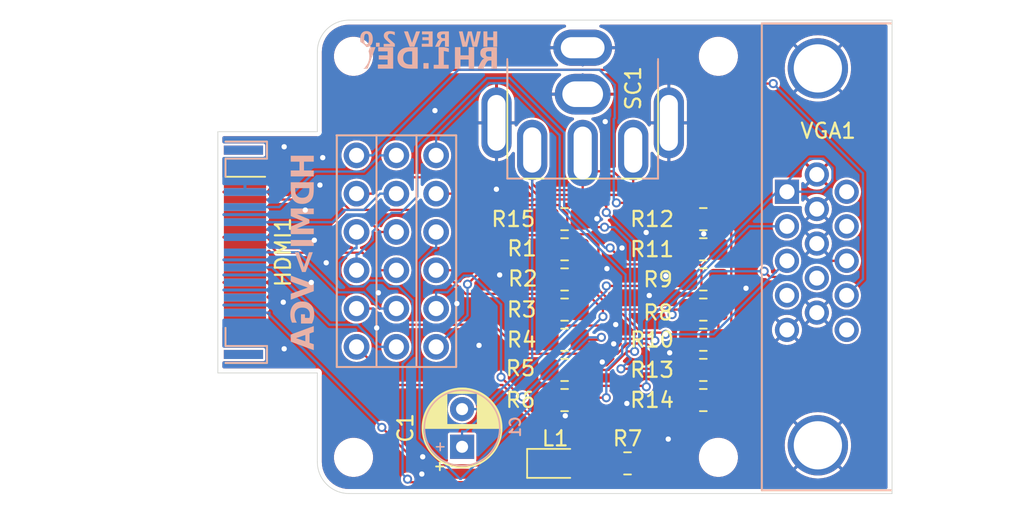
<source format=kicad_pcb>
(kicad_pcb (version 20240108) (generator "pcbnew") (generator_version "8.0")
  (title_block (title "HDMI to VGA Passive Adapter") (date "2024-12-29") (rev "2.0") (company "Mikhail Matveev") (comment 1 "https://github.com/xtremespb/hdmi2vga"))
  (layers (0 "F.Cu" signal) (31 "B.Cu" signal) (34 "B.Paste" user) (35 "F.Paste" user) (36 "B.SilkS" user "B.Silkscreen") (37 "F.SilkS" user "F.Silkscreen") (38 "B.Mask" user) (39 "F.Mask" user) (44 "Edge.Cuts" user))
  (net 0 "")
  (net 1 "GND")
  (net 2 "/HDMI/CLKP")
  (net 3 "/HDMI/D0P")
  (net 4 "/HDMI/D1P")
  (net 5 "/HDMI/VBUS")
  (net 6 "/HDMI/D0N")
  (net 7 "/HDMI/CLKN")
  (net 8 "/HDMI/D2P")
  (net 9 "/HDMI/D1N")
  (net 10 "/VGA/VGA_BH")
  (net 11 "/VGA/VGA_GH")
  (net 12 "/VGA/VGA_RH")
  (net 23 "Net-(L1-A)")
  (net 24 "/Soft Composite/CVBS")
  (net 25 "Net-(C1-Pad1)")
  (net 26 "Net-(J2-Pin_2)")
  (net 27 "Net-(J2-Pin_4)")
  (net 28 "Net-(J2-Pin_3)")
  (net 29 "Net-(J2-Pin_5)")
  (net 30 "Net-(J2-Pin_1)")
  (net 31 "Net-(J2-Pin_6)")
  (net 32 "/HDMI/D2N")
  (net 33 "/Soft Composite/CLKP")
  (net 34 "/Soft Composite/CLKN")
  (net 35 "/Soft Composite/D1N")
  (net 36 "/Soft Composite/D1P")
  (net 37 "/Soft Composite/D0N")
  (net 38 "/Soft Composite/D0P")
  (footprint "Resistor_SMD:R_0805_2012Metric_Pad1.20x1.40mm_HandSolder" (layer "F.Cu") (at 82.4 36 180)
    (property "Reference" "R1" (at 2.825 0.05 0) (layer "F.SilkS"))
    (property "Value" "820R")
    (pad "1" smd roundrect (at -1 0 180) (size 1.2 1.4) (layers "F.Cu" "F.Paste" "F.Mask") (roundrect_rratio 0.208333) (net 30 "Net-(J2-Pin_1)"))
    (pad "2" smd roundrect (at 1 0 180) (size 1.2 1.4) (layers "F.Cu" "F.Paste" "F.Mask") (roundrect_rratio 0.208333) (net 10 "/VGA/VGA_BH"))
  )
  (footprint "LIBS:AV_MOD_III-8.4-5" (layer "F.Cu") (at 83.6 26.313)
    (property "Reference" "SC1" (hide yes))
    (property "Value" "VIDEO (Soft Composite)" (hide yes))
    (fp_text user "${REFERENCE}" (at 3.94 -1 90) (layer "F.SilkS") (effects (justify bottom)))
    (pad "1" thru_hole oval (at -3.35 3.1) (size 2 4) (drill oval 1.2 3) (layers "*.Cu" "*.Mask") (net 24 "/Soft Composite/CVBS"))
    (pad "1" thru_hole oval (at 0 3.3) (size 2 4.4) (drill oval 1.2 3.5) (layers "*.Cu" "*.Mask") (net 24 "/Soft Composite/CVBS"))
    (pad "1" thru_hole oval (at 3.35 3.1) (size 2 4) (drill oval 1.2 3) (layers "*.Cu" "*.Mask") (net 24 "/Soft Composite/CVBS"))
    (pad "2" thru_hole oval (at -5.715 1.3) (size 2 4.7) (drill oval 1.2 3.7) (layers "*.Cu" "*.Mask") (net 1 "GND"))
    (pad "2" thru_hole oval (at 0 -3.683) (size 3.9 2.4) (drill oval 2.9 1.4) (layers "*.Cu" "*.Mask") (net 1 "GND"))
    (pad "2" thru_hole oval (at 0 -0.6) (size 3.7 2.7) (drill oval 2.7 1.7) (layers "*.Cu" "*.Mask") (net 1 "GND"))
    (pad "2" thru_hole oval (at 5.715 1.3) (size 2 4.7) (drill oval 1.2 3.7) (layers "*.Cu" "*.Mask") (net 1 "GND"))
  )
  (footprint "Resistor_SMD:R_0805_2012Metric_Pad1.20x1.40mm_HandSolder" (layer "F.Cu") (at 91.6 40)
    (property "Reference" "R8" (at -3 0.2 0) (layer "F.SilkS"))
    (property "Value" "510R*")
    (pad "1" smd roundrect (at -1 0) (size 1.2 1.4) (layers "F.Cu" "F.Paste" "F.Mask") (roundrect_rratio 0.208333) (net 32 "/HDMI/D2N"))
    (pad "2" smd roundrect (at 1 0) (size 1.2 1.4) (layers "F.Cu" "F.Paste" "F.Mask") (roundrect_rratio 0.208333) (net 38 "/Soft Composite/D0P"))
  )
  (footprint "Resistor_SMD:R_0805_2012Metric_Pad1.20x1.40mm_HandSolder" (layer "F.Cu") (at 86.575 50.2)
    (property "Reference" "R7" (at 0 -1.65 0) (layer "F.SilkS"))
    (property "Value" "10K")
    (pad "1" smd roundrect (at -1 0) (size 1.2 1.4) (layers "F.Cu" "F.Paste" "F.Mask") (roundrect_rratio 0.208333) (net 5 "/HDMI/VBUS"))
    (pad "2" smd roundrect (at 1 0) (size 1.2 1.4) (layers "F.Cu" "F.Paste" "F.Mask") (roundrect_rratio 0.208333) (net 23 "Net-(L1-A)"))
  )
  (footprint "MountingHole:MountingHole_2.1mm" (layer "F.Cu") (at 68.4 23.2)
    (property "Reference" "H4" (hide yes))
    (property "Value" "MountingHole")
    (pad "" np_thru_hole circle (at 0 0) (size 2.1 2.1) (drill 2.1) (layers "*.Cu" "*.Mask"))
  )
  (footprint "MountingHole:MountingHole_2.1mm" (layer "F.Cu") (at 92.6 49.8)
    (property "Reference" "H2" (hide yes))
    (property "Value" "MountingHole")
    (pad "" np_thru_hole circle (at 0 0) (size 2.1 2.1) (drill 2.1) (layers "*.Cu" "*.Mask"))
  )
  (footprint "Resistor_SMD:R_0805_2012Metric_Pad1.20x1.40mm_HandSolder" (layer "F.Cu") (at 91.6 38 180)
    (property "Reference" "R9" (at 3 0 0) (layer "F.SilkS"))
    (property "Value" "51R*")
    (pad "1" smd roundrect (at -1 0 180) (size 1.2 1.4) (layers "F.Cu" "F.Paste" "F.Mask") (roundrect_rratio 0.208333) (net 38 "/Soft Composite/D0P"))
    (pad "2" smd roundrect (at 1 0 180) (size 1.2 1.4) (layers "F.Cu" "F.Paste" "F.Mask") (roundrect_rratio 0.208333) (net 25 "Net-(C1-Pad1)"))
  )
  (footprint "Resistor_SMD:R_0805_2012Metric_Pad1.20x1.40mm_HandSolder" (layer "F.Cu") (at 91.6 42)
    (property "Reference" "R10" (at -3.4 0 0) (layer "F.SilkS"))
    (property "Value" "150R")
    (pad "1" smd roundrect (at -1 0) (size 1.2 1.4) (layers "F.Cu" "F.Paste" "F.Mask") (roundrect_rratio 0.208333) (net 37 "/Soft Composite/D0N"))
    (pad "2" smd roundrect (at 1 0) (size 1.2 1.4) (layers "F.Cu" "F.Paste" "F.Mask") (roundrect_rratio 0.208333) (net 38 "/Soft Composite/D0P"))
  )
  (footprint "Resistor_SMD:R_0805_2012Metric_Pad1.20x1.40mm_HandSolder" (layer "F.Cu") (at 82.4 40 180)
    (property "Reference" "R3" (at 2.85 0 0) (layer "F.SilkS"))
    (property "Value" "820R")
    (pad "1" smd roundrect (at -1 0 180) (size 1.2 1.4) (layers "F.Cu" "F.Paste" "F.Mask") (roundrect_rratio 0.208333) (net 28 "Net-(J2-Pin_3)"))
    (pad "2" smd roundrect (at 1 0 180) (size 1.2 1.4) (layers "F.Cu" "F.Paste" "F.Mask") (roundrect_rratio 0.208333) (net 11 "/VGA/VGA_GH"))
  )
  (footprint "Connector_Video:HDMI_A_Contact_Technology_HDMI-19APL2_Horizontal" (layer "F.Cu") (at 61.2 36.2 -90)
    (property "Reference" "HDMI1" (at -0.01 -2.53 90) (layer "F.SilkS"))
    (property "Value" "HDMI")
    (pad "1" smd rect (at -4.5 0 270) (size 0.5 2.8) (layers "F.Cu" "F.Paste" "F.Mask") (net 8 "/HDMI/D2P"))
    (pad "2" smd rect (at -4 0 270) (size 0.5 2.8) (layers "B.Cu" "B.Paste" "B.Mask") (net 1 "GND"))
    (pad "3" smd rect (at -3.5 0 270) (size 0.5 2.8) (layers "F.Cu" "F.Paste" "F.Mask") (net 32 "/HDMI/D2N"))
    (pad "4" smd rect (at -3 0 270) (size 0.5 2.8) (layers "B.Cu" "B.Paste" "B.Mask") (net 4 "/HDMI/D1P"))
    (pad "5" smd rect (at -2.5 0 270) (size 0.5 2.8) (layers "F.Cu" "F.Paste" "F.Mask") (net 1 "GND"))
    (pad "6" smd rect (at -2 0 270) (size 0.5 2.8) (layers "B.Cu" "B.Paste" "B.Mask") (net 9 "/HDMI/D1N"))
    (pad "7" smd rect (at -1.5 0 270) (size 0.5 2.8) (layers "F.Cu" "F.Paste" "F.Mask") (net 3 "/HDMI/D0P"))
    (pad "8" smd rect (at -1 0 270) (size 0.5 2.8) (layers "B.Cu" "B.Paste" "B.Mask") (net 1 "GND"))
    (pad "9" smd rect (at -0.5 0 270) (size 0.5 2.8) (layers "F.Cu" "F.Paste" "F.Mask") (net 6 "/HDMI/D0N"))
    (pad "10" smd rect (at 0 0 270) (size 0.5 2.8) (layers "B.Cu" "B.Paste" "B.Mask") (net 2 "/HDMI/CLKP"))
    (pad "11" smd rect (at 0.5 0 270) (size 0.5 2.8) (layers "F.Cu" "F.Paste" "F.Mask") (net 1 "GND"))
    (pad "12" smd rect (at 1 0 270) (size 0.5 2.8) (layers "B.Cu" "B.Paste" "B.Mask") (net 7 "/HDMI/CLKN"))
    (pad "13" smd rect (at 1.5 0 270) (size 0.5 2.8) (layers "F.Cu" "F.Paste" "F.Mask"))
    (pad "14" smd rect (at 2 0 270) (size 0.5 2.8) (layers "B.Cu" "B.Paste" "B.Mask"))
    (pad "15" smd rect (at 2.5 0 270) (size 0.5 2.8) (layers "F.Cu" "F.Paste" "F.Mask"))
    (pad "16" smd rect (at 3 0 270) (size 0.5 2.8) (layers "B.Cu" "B.Paste" "B.Mask"))
    (pad "17" smd rect (at 3.5 0 270) (size 0.5 2.8) (layers "F.Cu" "F.Paste" "F.Mask") (net 1 "GND"))
    (pad "18" smd rect (at 4 0 270) (size 0.5 2.8) (layers "B.Cu" "B.Paste" "B.Mask") (net 5 "/HDMI/VBUS"))
    (pad "19" smd rect (at 4.5 0 270) (size 0.5 2.8) (layers "F.Cu" "F.Paste" "F.Mask"))
    (pad "SH" smd rect (at -6.775 0.1 270) (size 0.6 2.6) (layers "F.Cu" "F.Paste" "F.Mask"))
    (pad "SH" smd rect (at -6.775 0.1 270) (size 0.6 2.6) (layers "B.Cu" "B.Paste" "B.Mask"))
    (pad "SH" smd rect (at 6.775 0.1 270) (size 0.6 2.6) (layers "F.Cu" "F.Paste" "F.Mask"))
    (pad "SH" smd rect (at 6.775 0.1 270) (size 0.6 2.6) (layers "B.Cu" "B.Paste" "B.Mask"))
  )
  (footprint "Resistor_SMD:R_0805_2012Metric_Pad1.20x1.40mm_HandSolder" (layer "F.Cu") (at 91.6 46)
    (property "Reference" "R14" (at -3.4 0 0) (layer "F.SilkS"))
    (property "Value" "150R")
    (pad "1" smd roundrect (at -1 0) (size 1.2 1.4) (layers "F.Cu" "F.Paste" "F.Mask") (roundrect_rratio 0.208333) (net 34 "/Soft Composite/CLKN"))
    (pad "2" smd roundrect (at 1 0) (size 1.2 1.4) (layers "F.Cu" "F.Paste" "F.Mask") (roundrect_rratio 0.208333) (net 33 "/Soft Composite/CLKP"))
  )
  (footprint "MountingHole:MountingHole_2.1mm" (layer "F.Cu") (at 68.4 49.8)
    (property "Reference" "H3" (hide yes))
    (property "Value" "MountingHole")
    (pad "" np_thru_hole circle (at 0 0) (size 2.1 2.1) (drill 2.1) (layers "*.Cu" "*.Mask"))
  )
  (footprint "Resistor_SMD:R_0805_2012Metric_Pad1.20x1.40mm_HandSolder" (layer "F.Cu") (at 91.6 36)
    (property "Reference" "R11" (at -3.4 0 0) (layer "F.SilkS"))
    (property "Value" "150R")
    (pad "1" smd roundrect (at -1 0) (size 1.2 1.4) (layers "F.Cu" "F.Paste" "F.Mask") (roundrect_rratio 0.208333) (net 36 "/Soft Composite/D1P"))
    (pad "2" smd roundrect (at 1 0) (size 1.2 1.4) (layers "F.Cu" "F.Paste" "F.Mask") (roundrect_rratio 0.208333) (net 37 "/Soft Composite/D0N"))
  )
  (footprint "Resistor_SMD:R_0805_2012Metric_Pad1.20x1.40mm_HandSolder" (layer "F.Cu") (at 91.6 44)
    (property "Reference" "R13" (at -3.4 0 0) (layer "F.SilkS"))
    (property "Value" "150R")
    (pad "1" smd roundrect (at -1 0) (size 1.2 1.4) (layers "F.Cu" "F.Paste" "F.Mask") (roundrect_rratio 0.208333) (net 33 "/Soft Composite/CLKP"))
    (pad "2" smd roundrect (at 1 0) (size 1.2 1.4) (layers "F.Cu" "F.Paste" "F.Mask") (roundrect_rratio 0.208333) (net 35 "/Soft Composite/D1N"))
  )
  (footprint "Resistor_SMD:R_0805_2012Metric_Pad1.20x1.40mm_HandSolder" (layer "F.Cu") (at 82.4 42 180)
    (property "Reference" "R4" (at 2.85 0 0) (layer "F.SilkS"))
    (property "Value" "0R")
    (pad "1" smd roundrect (at -1 0 180) (size 1.2 1.4) (layers "F.Cu" "F.Paste" "F.Mask") (roundrect_rratio 0.208333) (net 27 "Net-(J2-Pin_4)"))
    (pad "2" smd roundrect (at 1 0 180) (size 1.2 1.4) (layers "F.Cu" "F.Paste" "F.Mask") (roundrect_rratio 0.208333) (net 11 "/VGA/VGA_GH"))
  )
  (footprint "Resistor_SMD:R_0805_2012Metric_Pad1.20x1.40mm_HandSolder" (layer "F.Cu") (at 91.6 34 180)
    (property "Reference" "R12" (at 3.4 0 0) (layer "F.SilkS"))
    (property "Value" "150R")
    (pad "1" smd roundrect (at -1 0 180) (size 1.2 1.4) (layers "F.Cu" "F.Paste" "F.Mask") (roundrect_rratio 0.208333) (net 35 "/Soft Composite/D1N"))
    (pad "2" smd roundrect (at 1 0 180) (size 1.2 1.4) (layers "F.Cu" "F.Paste" "F.Mask") (roundrect_rratio 0.208333) (net 36 "/Soft Composite/D1P"))
  )
  (footprint "Resistor_SMD:R_0805_2012Metric_Pad1.20x1.40mm_HandSolder" (layer "F.Cu") (at 82.4 46 180)
    (property "Reference" "R6" (at 2.925 0 0) (layer "F.SilkS"))
    (property "Value" "0R")
    (pad "1" smd roundrect (at -1 0 180) (size 1.2 1.4) (layers "F.Cu" "F.Paste" "F.Mask") (roundrect_rratio 0.208333) (net 31 "Net-(J2-Pin_6)"))
    (pad "2" smd roundrect (at 1 0 180) (size 1.2 1.4) (layers "F.Cu" "F.Paste" "F.Mask") (roundrect_rratio 0.208333) (net 12 "/VGA/VGA_RH"))
  )
  (footprint "Resistor_SMD:R_0805_2012Metric_Pad1.20x1.40mm_HandSolder" (layer "F.Cu") (at 82.4 44 180)
    (property "Reference" "R5" (at 2.925 0.1 0) (layer "F.SilkS"))
    (property "Value" "820R")
    (pad "1" smd roundrect (at -1 0 180) (size 1.2 1.4) (layers "F.Cu" "F.Paste" "F.Mask") (roundrect_rratio 0.208333) (net 29 "Net-(J2-Pin_5)"))
    (pad "2" smd roundrect (at 1 0 180) (size 1.2 1.4) (layers "F.Cu" "F.Paste" "F.Mask") (roundrect_rratio 0.208333) (net 12 "/VGA/VGA_RH"))
  )
  (footprint "LIBS:Medved_Pinheader_6P" (layer "F.Cu") (at 68.6 42.47 180)
    (property "Reference" "J3" (hide yes))
    (property "Value" "Composite")
    (pad "1" thru_hole circle (at 0 0 180) (size 1.7 1.7) (drill 1) (layers "*.Cu" "*.Mask") (net 34 "/Soft Composite/CLKN"))
    (pad "2" thru_hole oval (at 0 2.54 180) (size 1.7 1.7) (drill 1) (layers "*.Cu" "*.Mask") (net 33 "/Soft Composite/CLKP"))
    (pad "3" thru_hole oval (at 0 5.08 180) (size 1.7 1.7) (drill 1) (layers "*.Cu" "*.Mask") (net 37 "/Soft Composite/D0N"))
    (pad "4" thru_hole oval (at 0 7.62 180) (size 1.7 1.7) (drill 1) (layers "*.Cu" "*.Mask") (net 38 "/Soft Composite/D0P"))
    (pad "5" thru_hole oval (at 0 10.16 180) (size 1.7 1.7) (drill 1) (layers "*.Cu" "*.Mask") (net 35 "/Soft Composite/D1N"))
    (pad "6" thru_hole oval (at 0 12.7 180) (size 1.7 1.7) (drill 1) (layers "*.Cu" "*.Mask") (net 36 "/Soft Composite/D1P"))
  )
  (footprint "LIBS:Medved_CP_Radial_D5.0mm_P2.50mm" (layer "F.Cu") (at 75.6 49.1 90)
    (property "Reference" "C1" (at 1.25 -3.75 90) (layer "F.SilkS"))
    (property "Value" "220u")
    (fp_text user "${REFERENCE}" (at 1.32 3.53 90) (layer "B.SilkS") (effects (font (size 0.7 0.7) (thickness 0.13) (bold yes)) (justify mirror)))
    (pad "1" thru_hole rect (at 0 0 90) (size 1.6 1.6) (drill 0.8) (layers "*.Cu" "*.Mask") (net 25 "Net-(C1-Pad1)"))
    (pad "2" thru_hole circle (at 2.5 0 90) (size 1.6 1.6) (drill 0.8) (layers "*.Cu" "*.Mask") (net 24 "/Soft Composite/CVBS"))
  )
  (footprint "Resistor_SMD:R_0805_2012Metric_Pad1.20x1.40mm_HandSolder" (layer "F.Cu") (at 82.4 38 180)
    (property "Reference" "R2" (at 2.775 0.05 0) (layer "F.SilkS"))
    (property "Value" "0R")
    (pad "1" smd roundrect (at -1 0 180) (size 1.2 1.4) (layers "F.Cu" "F.Paste" "F.Mask") (roundrect_rratio 0.208333) (net 26 "Net-(J2-Pin_2)"))
    (pad "2" smd roundrect (at 1 0 180) (size 1.2 1.4) (layers "F.Cu" "F.Paste" "F.Mask") (roundrect_rratio 0.208333) (net 10 "/VGA/VGA_BH"))
  )
  (footprint "LIBS:Medved_DSUB-15-HD_Female_Horizontal" (layer "F.Cu") (at 97.15 32.185 90)
    (property "Reference" "VGA1" (at 4.04 2.73 0) (layer "F.SilkS"))
    (property "Value" "VGA")
    (pad "0" thru_hole circle (at -16.815 2.05 90) (size 4 4) (drill 3.2) (layers "*.Cu" "*.Mask") (net 1 "GND"))
    (pad "0" thru_hole circle (at 8.185 2.05 90) (size 4 4) (drill 3.2) (layers "*.Cu" "*.Mask") (net 1 "GND"))
    (pad "1" thru_hole rect (at 0 0 90) (size 1.6 1.6) (drill 1) (layers "*.Cu" "*.Mask") (net 12 "/VGA/VGA_RH"))
    (pad "2" thru_hole circle (at -2.29 0 90) (size 1.6 1.6) (drill 1) (layers "*.Cu" "*.Mask") (net 11 "/VGA/VGA_GH"))
    (pad "3" thru_hole circle (at -4.58 0 90) (size 1.6 1.6) (drill 1) (layers "*.Cu" "*.Mask") (net 10 "/VGA/VGA_BH"))
    (pad "4" thru_hole circle (at -6.87 0 90) (size 1.6 1.6) (drill 1) (layers "*.Cu" "*.Mask"))
    (pad "5" thru_hole circle (at -9.16 0 90) (size 1.6 1.6) (drill 1) (layers "*.Cu" "*.Mask") (net 1 "GND"))
    (pad "6" thru_hole circle (at 1.145 1.98 90) (size 1.6 1.6) (drill 1) (layers "*.Cu" "*.Mask") (net 1 "GND"))
    (pad "7" thru_hole circle (at -1.145 1.98 90) (size 1.6 1.6) (drill 1) (layers "*.Cu" "*.Mask") (net 1 "GND"))
    (pad "8" thru_hole circle (at -3.435 1.98 90) (size 1.6 1.6) (drill 1) (layers "*.Cu" "*.Mask") (net 1 "GND"))
    (pad "9" thru_hole circle (at -5.725 1.98 90) (size 1.6 1.6) (drill 1) (layers "*.Cu" "*.Mask"))
    (pad "10" thru_hole circle (at -8.015 1.98 90) (size 1.6 1.6) (drill 1) (layers "*.Cu" "*.Mask") (net 1 "GND"))
    (pad "11" thru_hole circle (at 0 3.96 90) (size 1.6 1.6) (drill 1) (layers "*.Cu" "*.Mask"))
    (pad "12" thru_hole circle (at -2.29 3.96 90) (size 1.6 1.6) (drill 1) (layers "*.Cu" "*.Mask"))
    (pad "13" thru_hole circle (at -4.58 3.96 90) (size 1.6 1.6) (drill 1) (layers "*.Cu" "*.Mask") (net 32 "/HDMI/D2N"))
    (pad "14" thru_hole circle (at -6.87 3.96 90) (size 1.6 1.6) (drill 1) (layers "*.Cu" "*.Mask") (net 8 "/HDMI/D2P"))
    (pad "15" thru_hole circle (at -9.16 3.96 90) (size 1.6 1.6) (drill 1) (layers "*.Cu" "*.Mask"))
  )
  (footprint "MountingHole:MountingHole_2.1mm" (layer "F.Cu") (at 92.6 23.2)
    (property "Reference" "H1" (hide yes))
    (property "Value" "MountingHole")
    (pad "" np_thru_hole circle (at 0 0) (size 2.1 2.1) (drill 2.1) (layers "*.Cu" "*.Mask"))
  )
  (footprint "LIBS:Medved_Pinheader_6P" (layer "F.Cu") (at 71.24 42.47 180)
    (property "Reference" "J1" (hide yes))
    (property "Value" "HDMI")
    (pad "1" thru_hole circle (at 0 0 180) (size 1.7 1.7) (drill 1) (layers "*.Cu" "*.Mask") (net 7 "/HDMI/CLKN"))
    (pad "2" thru_hole oval (at 0 2.54 180) (size 1.7 1.7) (drill 1) (layers "*.Cu" "*.Mask") (net 2 "/HDMI/CLKP"))
    (pad "3" thru_hole oval (at 0 5.08 180) (size 1.7 1.7) (drill 1) (layers "*.Cu" "*.Mask") (net 6 "/HDMI/D0N"))
    (pad "4" thru_hole oval (at 0 7.62 180) (size 1.7 1.7) (drill 1) (layers "*.Cu" "*.Mask") (net 3 "/HDMI/D0P"))
    (pad "5" thru_hole oval (at 0 10.16 180) (size 1.7 1.7) (drill 1) (layers "*.Cu" "*.Mask") (net 9 "/HDMI/D1N"))
    (pad "6" thru_hole oval (at 0 12.7 180) (size 1.7 1.7) (drill 1) (layers "*.Cu" "*.Mask") (net 4 "/HDMI/D1P"))
  )
  (footprint "LED_SMD:LED_0805_2012Metric_Pad1.15x1.40mm_HandSolder" (layer "F.Cu") (at 81.775 50.2)
    (property "Reference" "L1" (at 0 -1.65 0) (layer "F.SilkS"))
    (property "Value" "HDMI LED")
    (pad "1" smd roundrect (at -1.025 0) (size 1.15 1.4) (layers "F.Cu" "F.Paste" "F.Mask") (roundrect_rratio 0.217391) (net 1 "GND"))
    (pad "2" smd roundrect (at 1.025 0) (size 1.15 1.4) (layers "F.Cu" "F.Paste" "F.Mask") (roundrect_rratio 0.217391) (net 23 "Net-(L1-A)"))
  )
  (footprint "Resistor_SMD:R_0805_2012Metric_Pad1.20x1.40mm_HandSolder" (layer "F.Cu") (at 82.4 34)
    (property "Reference" "R15" (at -3.4 0 0) (layer "F.SilkS"))
    (property "Value" "300R")
    (pad "1" smd roundrect (at -1 0) (size 1.2 1.4) (layers "F.Cu" "F.Paste" "F.Mask") (roundrect_rratio 0.208333) (net 1 "GND"))
    (pad "2" smd roundrect (at 1 0) (size 1.2 1.4) (layers "F.Cu" "F.Paste" "F.Mask") (roundrect_rratio 0.208333) (net 34 "/Soft Composite/CLKN"))
  )
  (footprint "LIBS:Medved_Pinheader_6P" (layer "F.Cu") (at 73.88 42.47 180)
    (property "Reference" "J2" (hide yes))
    (property "Value" "VGA")
    (pad "1" thru_hole circle (at 0 0 180) (size 1.7 1.7) (drill 1) (layers "*.Cu" "*.Mask") (net 30 "Net-(J2-Pin_1)"))
    (pad "2" thru_hole oval (at 0 2.54 180) (size 1.7 1.7) (drill 1) (layers "*.Cu" "*.Mask") (net 26 "Net-(J2-Pin_2)"))
    (pad "3" thru_hole oval (at 0 5.08 180) (size 1.7 1.7) (drill 1) (layers "*.Cu" "*.Mask") (net 28 "Net-(J2-Pin_3)"))
    (pad "4" thru_hole oval (at 0 7.62 180) (size 1.7 1.7) (drill 1) (layers "*.Cu" "*.Mask") (net 27 "Net-(J2-Pin_4)"))
    (pad "5" thru_hole oval (at 0 10.16 180) (size 1.7 1.7) (drill 1) (layers "*.Cu" "*.Mask") (net 29 "Net-(J2-Pin_5)"))
    (pad "6" thru_hole oval (at 0 12.7 180) (size 1.7 1.7) (drill 1) (layers "*.Cu" "*.Mask") (net 31 "Net-(J2-Pin_6)"))
  )
  (gr_arc (start 68.1 52.2) (mid 66.615076 51.584924) (end 66 50.1) (stroke (width 0.05)) (layer "Edge.Cuts"))
  (gr_line (start 66 28.2) (end 66 22.9) (stroke (width 0.05)) (layer "Edge.Cuts"))
  (gr_line (start 104.12 20.8) (end 68.1 20.8) (stroke (width 0.05)) (layer "Edge.Cuts"))
  (gr_line (start 66 50.1) (end 66 44.2) (stroke (width 0.05)) (layer "Edge.Cuts"))
  (gr_line (start 59.4 28.2) (end 66 28.2) (stroke (width 0.05)) (layer "Edge.Cuts"))
  (gr_line (start 59.4 44.2) (end 66 44.2) (stroke (width 0.05)) (layer "Edge.Cuts"))
  (gr_line (start 104.12 20.8) (end 104.12 52.2) (stroke (width 0.05)) (layer "Edge.Cuts"))
  (gr_line (start 104.12 52.2) (end 68.1 52.2) (stroke (width 0.05)) (layer "Edge.Cuts"))
  (gr_arc (start 66 22.9) (mid 66.615076 21.415076) (end 68.1 20.8) (stroke (width 0.05)) (layer "Edge.Cuts"))
  (gr_line (start 59.4 44.2) (end 59.4 28.2) (stroke (width 0.05)) (layer "Edge.Cuts"))
  (gr_text "RH1.DEV" (at 78.093 24.259 0) (layer "B.SilkS") (effects (font (size 1.4 1.4) (thickness 0.25) (bold yes)) (justify left bottom mirror)))
  (gr_text "HW REV 2.0" (at 78.057 22.736 0) (layer "B.SilkS") (effects (font (size 1 1) (thickness 0.25) (bold yes)) (justify left bottom mirror)))
  (gr_text "HDMI>VGA" (at 66.02 36.153 90) (layer "B.SilkS") (effects (font (size 1.5 1.5) (thickness 0.3) (bold yes)) (justify bottom mirror)))
  (segment (start 61.2 36.7) (end 64.1 36.7) (width 0.15) (layer "F.Cu") (net 1))
  (segment (start 66.173 31.74) (end 66.173 30.105) (width 0.15) (layer "F.Cu") (net 1))
  (segment (start 66.589 37.211) (end 66.589 36.894) (width 0.15) (layer "F.Cu") (net 1))
  (segment (start 64.1 36.7) (end 65.6 38.2) (width 0.15) (layer "F.Cu") (net 1))
  (segment (start 66.173 30.105) (end 66.357 29.921) (width 0.15) (layer "F.Cu") (net 1))
  (segment (start 65.6 38.2) (end 66.589 37.211) (width 0.15) (layer "F.Cu") (net 1))
  (segment (start 64.9 33.7) (end 65.2 33.4) (width 0.15) (layer "F.Cu") (net 1))
  (segment (start 61.2 33.7) (end 64.9 33.7) (width 0.15) (layer "F.Cu") (net 1))
  (via (at 63.8 42.6) (size 0.6) (drill 0.35) (layers "F.Cu" "B.Cu") (net 1))
  (via (at 63.741 39.51) (size 0.6) (drill 0.35) (layers "F.Cu" "B.Cu") (net 1))
  (via (at 72.93 50.907) (size 0.6) (drill 0.35) (layers "F.Cu" "B.Cu") (net 1))
  (via (at 63.8 29.2) (size 0.6) (drill 0.35) (layers "F.Cu" "B.Cu") (net 1))
  (via (at 85.657 42.27) (size 0.6) (drill 0.35) (layers "F.Cu" "B.Cu") (net 1))
  (via (at 70.046 38.884) (size 0.6) (drill 0.35) (layers "F.Cu" "B.Cu") (net 1))
  (via (at 85.789 40.993) (size 0.6) (drill 0.35) (layers "F.Cu" "B.Cu") (net 1))
  (via (at 65.8 35.4) (size 0.6) (drill 0.35) (layers "F.Cu" "B.Cu") (net 1))
  (via (at 89.113 37.762) (size 0.6) (drill 0.35) (layers "F.Cu" "B.Cu") (net 1))
  (via (at 65.6 38.2) (size 0.6) (drill 0.35) (layers "F.Cu" "B.Cu") (net 1))
  (via (at 88.016 39.064) (size 0.6) (drill 0.35) (layers "F.Cu" "B.Cu") (net 1))
  (via (at 73.8 26.8) (size 0.6) (drill 0.35) (layers "F.Cu" "B.Cu") (net 1))
  (via (at 91.629 34.972) (size 0.6) (drill 0.35) (layers "F.Cu" "B.Cu") (net 1))
  (via (at 77.877 32.017) (size 0.6) (drill 0.35) (layers "F.Cu" "B.Cu") (net 1))
  (via (at 84.542677 33.973603) (size 0.6) (drill 0.35) (layers "F.Cu" "B.Cu") (net 1))
  (via (at 86.206 35.914) (size 0.6) (drill 0.35) (layers "F.Cu" "B.Cu") (net 1))
  (via (at 76.725 42.373) (size 0.6) (drill 0.35) (layers "F.Cu" "B.Cu") (net 1))
  (via (at 89.275 48.589) (size 0.6) (drill 0.35) (layers "F.Cu" "B.Cu") (net 1))
  (via (at 94.433 38.585) (size 0.6) (drill 0.35) (layers "F.Cu" "B.Cu") (net 1))
  (via (at 89.369 42.864) (size 0.6) (drill 0.35) (layers "F.Cu" "B.Cu") (net 1))
  (via (at 78.093 37.702) (size 0.6) (drill 0.35) (layers "F.Cu" "B.Cu") (net 1))
  (via (at 66.589 36.894) (size 0.6) (drill 0.35) (layers "F.Cu" "B.Cu") (net 1))
  (via (at 85.095 27.531) (size 0.6) (drill 0.35) (layers "F.Cu" "B.Cu") (net 1))
  (via (at 72.988 49.763) (size 0.6) (drill 0.35) (layers "F.Cu" "B.Cu") (net 1))
  (via (at 82.446 47.043) (size 0.6) (drill 0.35) (layers "F.Cu" "B.Cu") (net 1))
  (via (at 69.936 41.214) (size 0.6) (drill 0.35) (layers "F.Cu" "B.Cu") (net 1))
  (via (at 75.256 39.599) (size 0.6) (drill 0.35) (layers "F.Cu" "B.Cu") (net 1))
  (via (at 84.898 43.475) (size 0.6) (drill 0.35) (layers "F.Cu" "B.Cu") (net 1))
  (via (at 85.208 37.283) (size 0.6) (drill 0.35) (layers "F.Cu" "B.Cu") (net 1))
  (via (at 66.357 29.921) (size 0.6) (drill 0.35) (layers "F.Cu" "B.Cu") (net 1))
  (via (at 65.2 33.4) (size 0.6) (drill 0.35) (layers "F.Cu" "B.Cu") (net 1))
  (via (at 87.811 34.885) (size 0.6) (drill 0.35) (layers "F.Cu" "B.Cu") (net 1))
  (via (at 86.529 46.224) (size 0.6) (drill 0.35) (layers "F.Cu" "B.Cu") (net 1))
  (via (at 66.173 31.74) (size 0.6) (drill 0.35) (layers "F.Cu" "B.Cu") (net 1))
  (segment (start 64.521 29.921) (end 63.8 29.2) (width 0.15) (layer "B.Cu") (net 1))
  (segment (start 65.2 33.4) (end 65.2 32.713) (width 0.15) (layer "B.Cu") (net 1))
  (segment (start 66.589 36.894) (end 66.589 36.189) (width 0.15) (layer "B.Cu") (net 1))
  (segment (start 66.589 36.189) (end 65.8 35.4) (width 0.15) (layer "B.Cu") (net 1))
  (segment (start 65.6 35.2) (end 65.8 35.4) (width 0.15) (layer "B.Cu") (net 1))
  (segment (start 61.2 35.2) (end 65.6 35.2) (width 0.15) (layer "B.Cu") (net 1))
  (segment (start 65.2 32.713) (end 66.173 31.74) (width 0.15) (layer "B.Cu") (net 1))
  (segment (start 66.357 29.921) (end 64.521 29.921) (width 0.15) (layer "B.Cu") (net 1))
  (segment (start 67.3694 38.8533) (end 69.0866 38.8533) (width 0.15) (layer "B.Cu") (net 2))
  (segment (start 64.7161 36.2) (end 67.3694 38.8533) (width 0.15) (layer "B.Cu") (net 2))
  (segment (start 61.2 36.2) (end 64.7161 36.2) (width 0.15) (layer "B.Cu") (net 2))
  (segment (start 69.0866 38.8533) (end 70.1633 39.93) (width 0.15) (layer "B.Cu") (net 2))
  (segment (start 70.1633 39.93) (end 71.24 39.93) (width 0.15) (layer "B.Cu") (net 2))
  (segment (start 67 34.7) (end 67.984 33.716) (width 0.15) (layer "F.Cu") (net 3))
  (segment (start 69.0293 33.716) (end 70.1633 34.85) (width 0.15) (layer "F.Cu") (net 3))
  (segment (start 61.2 34.7) (end 67 34.7) (width 0.15) (layer "F.Cu") (net 3))
  (segment (start 70.1633 34.85) (end 71.24 34.85) (width 0.15) (layer "F.Cu") (net 3))
  (segment (start 67.984 33.716) (end 69.0293 33.716) (width 0.15) (layer "F.Cu") (net 3))
  (segment (start 71.24 29.77) (end 70.1633 29.77) (width 0.15) (layer "B.Cu") (net 4))
  (segment (start 69.0866 30.8467) (end 65.8286 30.8467) (width 0.15) (layer "B.Cu") (net 4))
  (segment (start 63.4753 33.2) (end 61.2 33.2) (width 0.15) (layer "B.Cu") (net 4))
  (segment (start 65.8286 30.8467) (end 63.4753 33.2) (width 0.15) (layer "B.Cu") (net 4))
  (segment (start 70.1633 29.77) (end 69.0866 30.8467) (width 0.15) (layer "B.Cu") (net 4))
  (segment (start 72.7941 50.3297) (end 79.166622 50.3297) (width 0.15) (layer "F.Cu") (net 5))
  (segment (start 79.166622 50.3297) (end 80.717722 48.7786) (width 0.15) (layer "F.Cu") (net 5))
  (segment (start 70.2772 47.8128) (end 72.7941 50.3297) (width 0.15) (layer "F.Cu") (net 5))
  (segment (start 80.717722 48.7786) (end 84.1536 48.7786) (width 0.15) (layer "F.Cu") (net 5))
  (segment (start 84.1536 48.7786) (end 85.575 50.2) (width 0.15) (layer "F.Cu") (net 5))
  (via (at 70.2772 47.8128) (size 0.6) (drill 0.35) (layers "F.Cu" "B.Cu") (net 5))
  (segment (start 62.8267 40.3623) (end 70.2772 47.8128) (width 0.15) (layer "B.Cu") (net 5))
  (segment (start 62.8267 40.2) (end 62.8267 40.3623) (width 0.15) (layer "B.Cu") (net 5))
  (segment (start 61.2 40.2) (end 62.8267 40.2) (width 0.15) (layer "B.Cu") (net 5))
  (segment (start 70.1633 37.39) (end 71.24 37.39) (width 0.15) (layer "F.Cu") (net 6))
  (segment (start 69.0002 36.2269) (end 70.1633 37.39) (width 0.15) (layer "F.Cu") (net 6))
  (segment (start 61.2 35.7) (end 62.8267 35.7) (width 0.15) (layer "F.Cu") (net 6))
  (segment (start 62.8267 35.7) (end 63.3536 36.2269) (width 0.15) (layer "F.Cu") (net 6))
  (segment (start 63.3536 36.2269) (end 69.0002 36.2269) (width 0.15) (layer "F.Cu") (net 6))
  (segment (start 66.805 41.005) (end 63 37.2) (width 0.15) (layer "B.Cu") (net 7))
  (segment (start 68.65528 41.005) (end 66.805 41.005) (width 0.15) (layer "B.Cu") (net 7))
  (segment (start 69.675 42.02472) (end 68.65528 41.005) (width 0.15) (layer "B.Cu") (net 7))
  (segment (start 71.24 42.47) (end 70.036 42.47) (width 0.15) (layer "B.Cu") (net 7))
  (segment (start 63 37.2) (end 61.2 37.2) (width 0.15) (layer "B.Cu") (net 7))
  (segment (start 70.036 42.47) (end 69.675 42.109) (width 0.15) (layer "B.Cu") (net 7))
  (segment (start 69.675 42.109) (end 69.675 42.02472) (width 0.15) (layer "B.Cu") (net 7))
  (segment (start 70.9287 24.0965) (end 63.3252 31.7) (width 0.15) (layer "F.Cu") (net 8))
  (segment (start 63.3252 31.7) (end 61.2 31.7) (width 0.15) (layer "F.Cu") (net 8))
  (segment (start 88.4122 25.0084) (end 87.5003 24.0965) (width 0.15) (layer "F.Cu") (net 8))
  (segment (start 96.2384 25.0084) (end 88.4122 25.0084) (width 0.15) (layer "F.Cu") (net 8))
  (segment (start 87.5003 24.0965) (end 70.9287 24.0965) (width 0.15) (layer "F.Cu") (net 8))
  (via (at 96.2384 25.0084) (size 0.6) (drill 0.35) (layers "F.Cu" "B.Cu") (net 8))
  (segment (start 102.189 37.9757) (end 102.189 30.9593) (width 0.15) (layer "B.Cu") (net 8))
  (segment (start 102.189 30.9593) (end 96.2384 25.0084) (width 0.15) (layer "B.Cu") (net 8))
  (segment (start 101.11 39.055) (end 102.189 37.9757) (width 0.15) (layer "B.Cu") (net 8))
  (segment (start 67.8133 33.3867) (end 67 34.2) (width 0.15) (layer "B.Cu") (net 9))
  (segment (start 67 34.2) (end 61.2 34.2) (width 0.15) (layer "B.Cu") (net 9))
  (segment (start 70.1633 32.31) (end 69.0866 33.3867) (width 0.15) (layer "B.Cu") (net 9))
  (segment (start 71.24 32.31) (end 70.1633 32.31) (width 0.15) (layer "B.Cu") (net 9))
  (segment (start 69.0866 33.3867) (end 67.8133 33.3867) (width 0.15) (layer "B.Cu") (net 9))
  (segment (start 81.4 38) (end 81.4 36.9846) (width 0.15) (layer "F.Cu") (net 10))
  (segment (start 85.858636 40.3) (end 84.2846 38.725964) (width 0.15) (layer "F.Cu") (net 10))
  (segment (start 86.257 40.3) (end 85.858636 40.3) (width 0.15) (layer "F.Cu") (net 10))
  (segment (start 89.1016 41.64) (end 88.9909 41.5293) (width 0.15) (layer "F.Cu") (net 10))
  (segment (start 84.2846 37.3669) (end 83.9023 36.9846) (width 0.15) (layer "F.Cu") (net 10))
  (segment (start 87.4863 41.5293) (end 86.257 40.3) (width 0.15) (layer "F.Cu") (net 10))
  (segment (start 83.9023 36.9846) (end 81.4 36.9846) (width 0.15) (layer "F.Cu") (net 10))
  (segment (start 84.2846 38.725964) (end 84.2846 37.3669) (width 0.15) (layer "F.Cu") (net 10))
  (segment (start 88.9909 41.5293) (end 87.4863 41.5293) (width 0.15) (layer "F.Cu") (net 10))
  (segment (start 81.4 36.9846) (end 81.4 36) (width 0.15) (layer "F.Cu") (net 10))
  (via (at 89.1016 41.64) (size 0.6) (drill 0.35) (layers "F.Cu" "B.Cu") (net 10))
  (segment (start 92.275 41.64) (end 97.15 36.765) (width 0.15) (layer "B.Cu") (net 10))
  (segment (start 89.1016 41.64) (end 92.275 41.64) (width 0.15) (layer "B.Cu") (net 10))
  (segment (start 81.4 42) (end 81.4 41.0588) (width 0.15) (layer "F.Cu") (net 11))
  (segment (start 84.8628 41.0588) (end 85.549 41.745) (width 0.15) (layer "F.Cu") (net 11))
  (segment (start 88.2723 41.9402) (end 88.3881 42.056) (width 0.15) (layer "F.Cu") (net 11))
  (segment (start 85.549 41.745) (end 85.874463 41.745) (width 0.15) (layer "F.Cu") (net 11))
  (segment (start 86.069663 41.9402) (end 88.2723 41.9402) (width 0.15) (layer "F.Cu") (net 11))
  (segment (start 81.4 41.0588) (end 81.4 40) (width 0.15) (layer "F.Cu") (net 11))
  (segment (start 81.4 41.0588) (end 84.8628 41.0588) (width 0.15) (layer "F.Cu") (net 11))
  (segment (start 85.874463 41.745) (end 86.069663 41.9402) (width 0.15) (layer "F.Cu") (net 11))
  (via (at 88.3881 42.056) (size 0.6) (drill 0.35) (layers "F.Cu" "B.Cu") (net 11))
  (segment (start 88.3881 40.7159) (end 88.3881 42.056) (width 0.15) (layer "B.Cu") (net 11))
  (segment (start 94.629 34.475) (end 88.3881 40.7159) (width 0.15) (layer "B.Cu") (net 11))
  (segment (start 97.15 34.475) (end 94.629 34.475) (width 0.15) (layer "B.Cu") (net 11))
  (segment (start 81.4 44) (end 82.3985 44.9985) (width 0.15) (layer "F.Cu") (net 12))
  (segment (start 81.4567 46) (end 81.4 46) (width 0.15) (layer "F.Cu") (net 12))
  (segment (start 82.3985 44.9985) (end 82.3985 45.0582) (width 0.15) (layer "F.Cu") (net 12))
  (segment (start 82.3985 45.0582) (end 87.7635 45.0582) (width 0.15) (layer "F.Cu") (net 12))
  (segment (start 87.7635 45.0582) (end 87.823 45.1177) (width 0.15) (layer "F.Cu") (net 12))
  (segment (start 82.3985 45.0582) (end 81.4567 46) (width 0.15) (layer "F.Cu") (net 12))
  (via (at 87.823 45.1177) (size 0.6) (drill 0.35) (layers "F.Cu" "B.Cu") (net 12))
  (segment (start 97.15 32.185) (end 99.437 32.185) (width 0.15) (layer "B.Cu") (net 12))
  (segment (start 100.167 31.4554) (end 100.167 30.6106) (width 0.15) (layer "B.Cu") (net 12))
  (segment (start 99.437 32.185) (end 100.167 31.4554) (width 0.15) (layer "B.Cu") (net 12))
  (segment (start 100.167 30.6106) (end 99.5485 29.9925) (width 0.15) (layer "B.Cu") (net 12))
  (segment (start 99.5485 29.9925) (end 98.6701 29.9925) (width 0.15) (layer "B.Cu") (net 12))
  (segment (start 87.823 40.8396) (end 87.823 45.1177) (width 0.15) (layer "B.Cu") (net 12))
  (segment (start 98.6701 29.9925) (end 87.823 40.8396) (width 0.15) (layer "B.Cu") (net 12))
  (segment (start 87.575 50.2) (end 86.6451 51.1299) (width 0.15) (layer "F.Cu") (net 23))
  (segment (start 86.6451 51.1299) (end 83.7299 51.1299) (width 0.15) (layer "F.Cu") (net 23))
  (segment (start 83.7299 51.1299) (end 82.8 50.2) (width 0.15) (layer "F.Cu") (net 23))
  (segment (start 83.6 30.8263) (end 83.6 32.0746) (width 0.15) (layer "F.Cu") (net 24))
  (segment (start 80.25 31.6397) (end 80.25 29.413) (width 0.15) (layer "F.Cu") (net 24))
  (segment (start 83.6 29.613) (end 83.6 30.8263) (width 0.15) (layer "F.Cu") (net 24))
  (segment (start 86.95 29.413) (end 86.95 31.6397) (width 0.15) (layer "F.Cu") (net 24))
  (segment (start 86.95 31.6397) (end 86.4419 31.6397) (width 0.15) (layer "F.Cu") (net 24))
  (segment (start 80.6849 32.0746) (end 80.25 31.6397) (width 0.15) (layer "F.Cu") (net 24))
  (segment (start 85.6286 30.8263) (end 83.6 30.8263) (width 0.15) (layer "F.Cu") (net 24))
  (segment (start 85.6286 30.8264) (end 85.6286 30.8263) (width 0.15) (layer "F.Cu") (net 24))
  (segment (start 86.4419 31.6397) (end 85.6286 30.8264) (width 0.15) (layer "F.Cu") (net 24))
  (segment (start 83.6 32.0746) (end 80.6849 32.0746) (width 0.15) (layer "F.Cu") (net 24))
  (segment (start 76.8816 46.6) (end 75.6 46.6) (width 0.15) (layer "B.Cu") (net 24))
  (segment (start 80.25 43.2316) (end 76.8816 46.6) (width 0.15) (layer "B.Cu") (net 24))
  (segment (start 80.25 29.413) (end 80.25 43.2316) (width 0.15) (layer "B.Cu") (net 24))
  (segment (start 90.1695 38.4305) (end 90.6 38) (width 0.15) (layer "F.Cu") (net 25))
  (segment (start 85.17 38.4305) (end 90.1695 38.4305) (width 0.15) (layer "F.Cu") (net 25))
  (via (at 85.17 38.4305) (size 0.6) (drill 0.35) (layers "F.Cu" "B.Cu") (net 25))
  (segment (start 75.6 49.1) (end 75.6 48.0733) (width 0.15) (layer "B.Cu") (net 25))
  (segment (start 85.17 38.7584) (end 75.8551 48.0733) (width 0.15) (layer "B.Cu") (net 25))
  (segment (start 85.17 38.4305) (end 85.17 38.7584) (width 0.15) (layer "B.Cu") (net 25))
  (segment (start 75.8551 48.0733) (end 75.6 48.0733) (width 0.15) (layer "B.Cu") (net 25))
  (segment (start 83.4 38.4543) (end 83.4 38) (width 0.15) (layer "F.Cu") (net 26))
  (segment (start 84.9423 39.9966) (end 83.4 38.4543) (width 0.15) (layer "F.Cu") (net 26))
  (segment (start 78.1849 44.4781) (end 79.4944 45.7876) (width 0.15) (layer "F.Cu") (net 26))
  (segment (start 79.4944 45.7876) (end 79.603 45.7876) (width 0.15) (layer "F.Cu") (net 26))
  (segment (start 84.9423 40.4612) (end 84.9423 39.9966) (width 0.15) (layer "F.Cu") (net 26))
  (via (at 78.1849 44.4781) (size 0.6) (drill 0.35) (layers "F.Cu" "B.Cu") (net 26))
  (via (at 84.9423 40.4612) (size 0.6) (drill 0.35) (layers "F.Cu" "B.Cu") (net 26))
  (via (at 79.603 45.7876) (size 0.6) (drill 0.35) (layers "F.Cu" "B.Cu") (net 26))
  (segment (start 79.603 45.7876) (end 84.9294 40.4612) (width 0.15) (layer "B.Cu") (net 26))
  (segment (start 74.6258 38.8533) (end 75.727 37.7521) (width 0.15) (layer "B.Cu") (net 26))
  (segment (start 73.88 39.93) (end 73.88 38.8533) (width 0.15) (layer "B.Cu") (net 26))
  (segment (start 78.1849 39.659) (end 78.1849 44.4781) (width 0.15) (layer "B.Cu") (net 26))
  (segment (start 75.727 37.7521) (end 76.278 37.7521) (width 0.15) (layer "B.Cu") (net 26))
  (segment (start 84.9294 40.4612) (end 84.9423 40.4612) (width 0.15) (layer "B.Cu") (net 26))
  (segment (start 73.88 38.8533) (end 74.6258 38.8533) (width 0.15) (layer "B.Cu") (net 26))
  (segment (start 76.278 37.7521) (end 78.1849 39.659) (width 0.15) (layer "B.Cu") (net 26))
  (segment (start 84.682 42) (end 84.8421 41.8399) (width 0.15) (layer "F.Cu") (net 27))
  (segment (start 83.4 42) (end 84.682 42) (width 0.15) (layer "F.Cu") (net 27))
  (via (at 84.8421 41.8399) (size 0.6) (drill 0.35) (layers "F.Cu" "B.Cu") (net 27))
  (segment (start 83.974964 41.8399) (end 80.128 45.686864) (width 0.15) (layer "B.Cu") (net 27))
  (segment (start 75.5233 51.2267) (end 75.4667 51.2267) (width 0.15) (layer "B.Cu") (net 27))
  (segment (start 72.7807 48.5407) (end 72.7807 36.8914) (width 0.15) (layer "B.Cu") (net 27))
  (segment (start 72.7807 36.8914) (end 73.7454 35.9267) (width 0.15) (layer "B.Cu") (net 27))
  (segment (start 80.128 46.622) (end 75.5233 51.2267) (width 0.15) (layer "B.Cu") (net 27))
  (segment (start 73.88 35.9267) (end 73.88 34.85) (width 0.15) (layer "B.Cu") (net 27))
  (segment (start 80.128 45.686864) (end 80.128 46.622) (width 0.15) (layer "B.Cu") (net 27))
  (segment (start 75.4667 51.2267) (end 72.7807 48.5407) (width 0.15) (layer "B.Cu") (net 27))
  (segment (start 84.8421 41.8399) (end 83.974964 41.8399) (width 0.15) (layer "B.Cu") (net 27))
  (segment (start 73.7454 35.9267) (end 73.88 35.9267) (width 0.15) (layer "B.Cu") (net 27))
  (segment (start 82.3562 38.9562) (end 83.4 40) (width 0.15) (layer "F.Cu") (net 28))
  (segment (start 73.88 37.39) (end 74.9567 37.39) (width 0.15) (layer "F.Cu") (net 28))
  (segment (start 74.9567 38.0726) (end 75.8403 38.9562) (width 0.15) (layer "F.Cu") (net 28))
  (segment (start 75.8403 38.9562) (end 82.3562 38.9562) (width 0.15) (layer "F.Cu") (net 28))
  (segment (start 74.9567 37.39) (end 74.9567 38.0726) (width 0.15) (layer "F.Cu") (net 28))
  (segment (start 80.354564 32.6945) (end 84.7055 32.6945) (width 0.15) (layer "F.Cu") (net 29))
  (segment (start 73.88 32.31) (end 74.9567 32.31) (width 0.15) (layer "F.Cu") (net 29))
  (segment (start 86.5467 42.7744) (end 87.0431 42.7744) (width 0.15) (layer "F.Cu") (net 29))
  (segment (start 85.1668 33.1558) (end 85.1668 33.5577) (width 0.15) (layer "F.Cu") (net 29))
  (segment (start 84.7055 32.6945) (end 85.1668 33.1558) (width 0.15) (layer "F.Cu") (net 29))
  (segment (start 83.4 44) (end 85.3212 44) (width 0.15) (layer "F.Cu") (net 29))
  (segment (start 85.3212 44) (end 85.3212 43.9999) (width 0.15) (layer "F.Cu") (net 29))
  (segment (start 74.9567 32.31) (end 75.4016 32.7549) (width 0.15) (layer "F.Cu") (net 29))
  (segment (start 85.3212 43.9999) (end 86.5467 42.7744) (width 0.15) (layer "F.Cu") (net 29))
  (segment (start 75.4016 32.7549) (end 80.294164 32.7549) (width 0.15) (layer "F.Cu") (net 29))
  (segment (start 80.294164 32.7549) (end 80.354564 32.6945) (width 0.15) (layer "F.Cu") (net 29))
  (via (at 87.0431 42.7744) (size 0.6) (drill 0.35) (layers "F.Cu" "B.Cu") (net 29))
  (via (at 85.1668 33.5577) (size 0.6) (drill 0.35) (layers "F.Cu" "B.Cu") (net 29))
  (segment (start 87.0431 35.434) (end 87.0431 42.7744) (width 0.15) (layer "B.Cu") (net 29))
  (segment (start 85.1668 33.5577) (end 87.0431 35.434) (width 0.15) (layer "B.Cu") (net 29))
  (segment (start 83.4 36) (end 82.4625 35.0625) (width 0.15) (layer "F.Cu") (net 30))
  (segment (start 79.2158 35.0625) (end 75.9623 38.316) (width 0.15) (layer "F.Cu") (net 30))
  (segment (start 82.4625 35.0625) (end 79.2158 35.0625) (width 0.15) (layer "F.Cu") (net 30))
  (via (at 75.9623 38.316) (size 0.6) (drill 0.35) (layers "F.Cu" "B.Cu") (net 30))
  (segment (start 75.9623 40.3877) (end 73.88 42.47) (width 0.15) (layer "B.Cu") (net 30))
  (segment (start 75.9623 38.316) (end 75.9623 40.3877) (width 0.15) (layer "B.Cu") (net 30))
  (segment (start 85.1668 45.8438) (end 83.5562 45.8438) (width 0.15) (layer "F.Cu") (net 31))
  (segment (start 83.5562 45.8438) (end 83.4 46) (width 0.15) (layer "F.Cu") (net 31))
  (via (at 85.1668 45.8438) (size 0.6) (drill 0.35) (layers "F.Cu" "B.Cu") (net 31))
  (segment (start 85.1668 44.0122) (end 85.1668 45.8438) (width 0.15) (layer "B.Cu") (net 31))
  (segment (start 77.3813 24.9831) (end 78.6111 24.9831) (width 0.15) (layer "B.Cu") (net 31))
  (segment (start 73.88 29.77) (end 73.88 28.4844) (width 0.15) (layer "B.Cu") (net 31))
  (segment (start 73.88 28.4844) (end 77.3813 24.9831) (width 0.15) (layer "B.Cu") (net 31))
  (segment (start 82.0733 28.4453) (end 82.0733 33.3074) (width 0.15) (layer "B.Cu") (net 31))
  (segment (start 86.4431 37.6772) (end 86.4431 42.207673) (width 0.15) (layer "B.Cu") (net 31))
  (segment (start 82.0733 33.3074) (end 86.4431 37.6772) (width 0.15) (layer "B.Cu") (net 31))
  (segment (start 86.4431 42.207673) (end 86.2181 42.432673) (width 0.15) (layer "B.Cu") (net 31))
  (segment (start 86.2181 42.9609) (end 85.1668 44.0122) (width 0.15) (layer "B.Cu") (net 31))
  (segment (start 86.2181 42.432673) (end 86.2181 42.9609) (width 0.15) (layer "B.Cu") (net 31))
  (segment (start 78.6111 24.9831) (end 82.0733 28.4453) (width 0.15) (layer "B.Cu") (net 31))
  (segment (start 96.0147 37.8332) (end 95.6367 37.4552) (width 0.15) (layer "F.Cu") (net 32))
  (segment (start 85.9829 40) (end 89.533 40) (width 0.15) (layer "F.Cu") (net 32))
  (segment (start 68.1467 33.3867) (end 74.326 33.3867) (width 0.15) (layer "F.Cu") (net 32))
  (segment (start 74.326 33.3867) (end 74.6476 33.0651) (width 0.15) (layer "F.Cu") (net 32))
  (segment (start 82.5723 33.6363) (end 82.5723 34.6477) (width 0.15) (layer "F.Cu") (net 32))
  (segment (start 83.9486 35) (end 84.6432 35.6946) (width 0.15) (layer "F.Cu") (net 32))
  (segment (start 97.6816 37.8332) (end 96.0147 37.8332) (width 0.15) (layer "F.Cu") (net 32))
  (segment (start 61.2 32.7) (end 67.46 32.7) (width 0.15) (layer "F.Cu") (net 32))
  (segment (start 82.0011 33.0651) (end 82.5723 33.6363) (width 0.15) (layer "F.Cu") (net 32))
  (segment (start 101.11 36.765) (end 98.7498 36.765) (width 0.15) (layer "F.Cu") (net 32))
  (segment (start 84.6432 35.6946) (end 84.6432 38.6603) (width 0.15) (layer "F.Cu") (net 32))
  (segment (start 82.5723 34.6477) (end 82.9246 35) (width 0.15) (layer "F.Cu") (net 32))
  (segment (start 74.6476 33.0651) (end 82.0011 33.0651) (width 0.15) (layer "F.Cu") (net 32))
  (segment (start 89.533 40) (end 89.533 40.3313) (width 0.15) (layer "F.Cu") (net 32))
  (segment (start 67.46 32.7) (end 68.1467 33.3867) (width 0.15) (layer "F.Cu") (net 32))
  (segment (start 82.9246 35) (end 83.9486 35) (width 0.15) (layer "F.Cu") (net 32))
  (segment (start 98.7498 36.765) (end 97.6816 37.8332) (width 0.15) (layer "F.Cu") (net 32))
  (segment (start 89.533 40) (end 90.6 40) (width 0.15) (layer "F.Cu") (net 32))
  (segment (start 84.6432 38.6603) (end 85.9829 40) (width 0.15) (layer "F.Cu") (net 32))
  (via (at 95.6367 37.4552) (size 0.6) (drill 0.35) (layers "F.Cu" "B.Cu") (net 32))
  (via (at 89.533 40.3313) (size 0.6) (drill 0.35) (layers "F.Cu" "B.Cu") (net 32))
  (segment (start 92.073064 37.4552) (end 89.533 39.995264) (width 0.15) (layer "B.Cu") (net 32))
  (segment (start 89.533 39.995264) (end 89.533 40.3313) (width 0.15) (layer "B.Cu") (net 32))
  (segment (start 95.6367 37.4552) (end 92.073064 37.4552) (width 0.15) (layer "B.Cu") (net 32))
  (segment (start 89.5873 44) (end 90.6 44) (width 0.15) (layer "F.Cu") (net 33))
  (segment (start 69.6767 39.93) (end 70.7534 41.0067) (width 0.15) (layer "F.Cu") (net 33))
  (segment (start 77.6835 41.0067) (end 79.6054 42.9286) (width 0.15) (layer "F.Cu") (net 33))
  (segment (start 70.7534 41.0067) (end 77.6835 41.0067) (width 0.15) (layer "F.Cu") (net 33))
  (segment (start 87.8344 42.2471) (end 89.5873 44) (width 0.15) (layer "F.Cu") (net 33))
  (segment (start 85.8979 42.9286) (end 86.5794 42.2471) (width 0.15) (layer "F.Cu") (net 33))
  (segment (start 68.6 39.93) (end 69.6767 39.93) (width 0.15) (layer "F.Cu") (net 33))
  (segment (start 90.6 44) (end 92.6 46) (width 0.15) (layer "F.Cu") (net 33))
  (segment (start 86.5794 42.2471) (end 87.8344 42.2471) (width 0.15) (layer "F.Cu") (net 33))
  (segment (start 79.6054 42.9286) (end 85.8979 42.9286) (width 0.15) (layer "F.Cu") (net 33))
  (segment (start 79.078 46.005063) (end 79.078 45.795464) (width 0.15) (layer "F.Cu") (net 34))
  (segment (start 83.4 34) (end 83.9308 34.5308) (width 0.15) (layer "F.Cu") (net 34))
  (segment (start 78.285636 45.0031) (end 71.1331 45.0031) (width 0.15) (layer "F.Cu") (net 34))
  (segment (start 71.1331 45.0031) (end 68.6 42.47) (width 0.15) (layer "F.Cu") (net 34))
  (segment (start 88.5275 43.9275) (end 86.1384 43.9275) (width 0.15) (layer "F.Cu") (net 34))
  (segment (start 87.99 48.61) (end 84.409264 48.61) (width 0.15) (layer "F.Cu") (net 34))
  (segment (start 79.078 45.795464) (end 78.285636 45.0031) (width 0.15) (layer "F.Cu") (net 34))
  (segment (start 84.277864 48.4786) (end 81.551537 48.4786) (width 0.15) (layer "F.Cu") (net 34))
  (segment (start 81.551537 48.4786) (end 79.078 46.005063) (width 0.15) (layer "F.Cu") (net 34))
  (segment (start 90.6 46) (end 87.99 48.61) (width 0.15) (layer "F.Cu") (net 34))
  (segment (start 84.409264 48.61) (end 84.277864 48.4786) (width 0.15) (layer "F.Cu") (net 34))
  (segment (start 90.6 46) (end 88.5275 43.9275) (width 0.15) (layer "F.Cu") (net 34))
  (segment (start 83.9308 34.5308) (end 85.0493 34.5308) (width 0.15) (layer "F.Cu") (net 34))
  (via (at 85.0493 34.5308) (size 0.6) (drill 0.35) (layers "F.Cu" "B.Cu") (net 34))
  (via (at 86.1384 43.9275) (size 0.6) (drill 0.35) (layers "F.Cu" "B.Cu") (net 34))
  (segment (start 85.715636 34.5308) (end 85.0493 34.5308) (width 0.15) (layer "B.Cu") (net 34))
  (segment (start 86.5181 42.556937) (end 86.7431 42.331937) (width 0.15) (layer "B.Cu") (net 34))
  (segment (start 86.7431 35.558264) (end 85.715636 34.5308) (width 0.15) (layer "B.Cu") (net 34))
  (segment (start 86.1384 43.9275) (end 86.796069 43.269831) (width 0.15) (layer "B.Cu") (net 34))
  (segment (start 86.7431 42.331937) (end 86.7431 35.558264) (width 0.15) (layer "B.Cu") (net 34))
  (segment (start 86.796069 43.269831) (end 86.5181 42.991863) (width 0.15) (layer "B.Cu") (net 34))
  (segment (start 86.5181 42.991863) (end 86.5181 42.556937) (width 0.15) (layer "B.Cu") (net 34))
  (segment (start 92.6 44) (end 93.4552 43.1448) (width 0.15) (layer "F.Cu") (net 35))
  (segment (start 70.7631 31.2236) (end 79.328188 31.2236) (width 0.15) (layer "F.Cu") (net 35))
  (segment (start 80.580536 32.3945) (end 86.051263 32.3945) (width 0.15) (layer "F.Cu") (net 35))
  (segment (start 68.6 32.31) (end 69.6767 32.31) (width 0.15) (layer "F.Cu") (net 35))
  (segment (start 79.328188 31.2236) (end 79.868552 31.763964) (width 0.15) (layer "F.Cu") (net 35))
  (segment (start 69.6767 32.31) (end 70.7631 31.2236) (width 0.15) (layer "F.Cu") (net 35))
  (segment (start 79.868552 31.763964) (end 79.95 31.763964) (width 0.15) (layer "F.Cu") (net 35))
  (segment (start 79.95 31.763964) (end 80.580536 32.3945) (width 0.15) (layer "F.Cu") (net 35))
  (segment (start 86.051263 32.3945) (end 86.276263 32.6195) (width 0.15) (layer "F.Cu") (net 35))
  (segment (start 91.2195 32.6195) (end 92.6 34) (width 0.15) (layer "F.Cu") (net 35))
  (segment (start 93.4552 43.1448) (end 93.4552 34.8552) (width 0.15) (layer "F.Cu") (net 35))
  (segment (start 86.276263 32.6195) (end 91.2195 32.6195) (width 0.15) (layer "F.Cu") (net 35))
  (segment (start 93.4552 34.8552) (end 92.6 34) (width 0.15) (layer "F.Cu") (net 35))
  (segment (start 85.8338 32.9195) (end 89.5195 32.9195) (width 0.15) (layer "F.Cu") (net 36))
  (segment (start 89.5195 32.9195) (end 90.6 34) (width 0.15) (layer "F.Cu") (net 36))
  (segment (start 90.6 36) (end 90.6 34) (width 0.15) (layer "F.Cu") (net 36))
  (via (at 85.8338 32.9195) (size 0.6) (drill 0.35) (layers "F.Cu" "B.Cu") (net 36))
  (segment (start 85.7248 25.1054) (end 85.7248 27.2882) (width 0.15) (layer "B.Cu") (net 36))
  (segment (start 85.6623 27.3507) (end 85.6623 32.748) (width 0.15) (layer "B.Cu") (net 36))
  (segment (start 68.6 29.77) (end 69.6767 29.77) (width 0.15) (layer "B.Cu") (net 36))
  (segment (start 69.6767 29.77) (end 75.3502 24.0965) (width 0.15) (layer "B.Cu") (net 36))
  (segment (start 85.7248 27.2882) (end 85.6623 27.3507) (width 0.15) (layer "B.Cu") (net 36))
  (segment (start 84.7159 24.0965) (end 85.7248 25.1054) (width 0.15) (layer "B.Cu") (net 36))
  (segment (start 75.3502 24.0965) (end 84.7159 24.0965) (width 0.15) (layer "B.Cu") (net 36))
  (segment (start 85.6623 32.748) (end 85.8338 32.9195) (width 0.15) (layer "B.Cu") (net 36))
  (segment (start 86.5107 37) (end 91.35 37) (width 0.15) (layer "F.Cu") (net 37))
  (segment (start 85.4185 35.9078) (end 86.5107 37) (width 0.15) (layer "F.Cu") (net 37))
  (segment (start 91.35 37) (end 91.475 37.125) (width 0.15) (layer "F.Cu") (net 37))
  (segment (start 92.6 36) (end 91.475 37.125) (width 0.15) (layer "F.Cu") (net 37))
  (segment (start 91.475 37.125) (end 91.475 41.125) (width 0.15) (layer "F.Cu") (net 37))
  (segment (start 91.475 41.125) (end 90.6 42) (width 0.15) (layer "F.Cu") (net 37))
  (via (at 85.4185 35.9078) (size 0.6) (drill 0.35) (layers "F.Cu" "B.Cu") (net 37))
  (segment (start 69.6767 34.818) (end 70.9147 33.58) (width 0.15) (layer "B.Cu") (net 37))
  (segment (start 85.097964 35.9078) (end 85.4185 35.9078) (width 0.15) (layer "B.Cu") (net 37))
  (segment (start 68.6 36.3133) (end 68.7347 36.3133) (width 0.15) (layer "B.Cu") (net 37))
  (segment (start 77.261 24.6434) (end 78.7541 24.6434) (width 0.15) (layer "B.Cu") (net 37))
  (segment (start 70.9147 33.58) (end 71.5491 33.58) (width 0.15) (layer "B.Cu") (net 37))
  (segment (start 69.6767 35.3713) (end 69.6767 34.818) (width 0.15) (layer "B.Cu") (net 37))
  (segment (start 71.5491 33.58) (end 72.63 32.4991) (width 0.15) (layer "B.Cu") (net 37))
  (segment (start 72.63 29.2744) (end 77.261 24.6434) (width 0.15) (layer "B.Cu") (net 37))
  (segment (start 78.7541 24.6434) (end 82.3733 28.2626) (width 0.15) (layer "B.Cu") (net 37))
  (segment (start 82.3733 28.2626) (end 82.3733 33.183136) (width 0.15) (layer "B.Cu") (net 37))
  (segment (start 72.63 32.4991) (end 72.63 29.2744) (width 0.15) (layer "B.Cu") (net 37))
  (segment (start 82.3733 33.183136) (end 85.097964 35.9078) (width 0.15) (layer "B.Cu") (net 37))
  (segment (start 68.6 37.39) (end 68.6 36.3133) (width 0.15) (layer "B.Cu") (net 37))
  (segment (start 68.7347 36.3133) (end 69.6767 35.3713) (width 0.15) (layer "B.Cu") (net 37))
  (segment (start 93.036 44.925) (end 92.046322 44.925) (width 0.15) (layer "F.Cu") (net 38))
  (segment (start 92.6 40) (end 92.6 42) (width 0.15) (layer "F.Cu") (net 38))
  (segment (start 91.7303 44.608978) (end 91.7303 42.8697) (width 0.15) (layer "F.Cu") (net 38))
  (segment (start 92.6 40) (end 92.6 38) (width 0.15) (layer "F.Cu") (net 38))
  (segment (start 93.4811 46.6412) (end 93.4811 45.3701) (width 0.15) (layer "F.Cu") (net 38))
  (segment (start 72.1858 51.4478) (end 88.6745 51.4478) (width 0.15) (layer "F.Cu") (net 38))
  (segment (start 88.6745 51.4478) (end 93.4811 46.6412) (width 0.15) (layer "F.Cu") (net 38))
  (segment (start 71.986 51.248) (end 72.1858 51.4478) (width 0.15) (layer "F.Cu") (net 38))
  (segment (start 93.4811 45.3701) (end 93.036 44.925) (width 0.15) (layer "F.Cu") (net 38))
  (segment (start 91.7303 42.8697) (end 92.6 42) (width 0.15) (layer "F.Cu") (net 38))
  (segment (start 92.046322 44.925) (end 91.7303 44.608978) (width 0.15) (layer "F.Cu") (net 38))
  (via (at 71.986 51.248) (size 0.6) (drill 0.35) (layers "F.Cu" "B.Cu") (net 38))
  (segment (start 72.315 42.91528) (end 72.315 39.3947) (width 0.15) (layer "B.Cu") (net 38))
  (segment (start 70.79472 38.465) (end 70.40572 38.076) (width 0.15) (layer "B.Cu") (net 38))
  (segment (start 67.4832 36.9042) (end 68.4607 35.9267) (width 0.15) (layer "B.Cu") (net 38))
  (segment (start 71.986 51.248) (end 71.654 50.916) (width 0.15) (layer "B.Cu") (net 38))
  (segment (start 71.654 50.916) (end 71.654 43.57628) (width 0.15) (layer "B.Cu") (net 38))
  (segment (start 69.43428 38.076) (end 69.04528 38.465) (width 0.15) (layer "B.Cu") (net 38))
  (segment (start 67.4832 37.7973) (end 67.4832 36.9042) (width 0.15) (layer "B.Cu") (net 38))
  (segment (start 68.1509 38.465) (end 67.4832 37.7973) (width 0.15) (layer "B.Cu") (net 38))
  (segment (start 70.40572 38.076) (end 69.43428 38.076) (width 0.15) (layer "B.Cu") (net 38))
  (segment (start 68.6 35.9267) (end 68.6 34.85) (width 0.15) (layer "B.Cu") (net 38))
  (segment (start 71.3853 38.465) (end 70.79472 38.465) (width 0.15) (layer "B.Cu") (net 38))
  (segment (start 69.04528 38.465) (end 68.1509 38.465) (width 0.15) (layer "B.Cu") (net 38))
  (segment (start 71.654 43.57628) (end 72.315 42.91528) (width 0.15) (layer "B.Cu") (net 38))
  (segment (start 68.4607 35.9267) (end 68.6 35.9267) (width 0.15) (layer "B.Cu") (net 38))
  (segment (start 72.315 39.3947) (end 71.3853 38.465) (width 0.15) (layer "B.Cu") (net 38))
  (zone (net 1) (net_name "GND") (layers "F&B.Cu") (connect_pads (clearance 0.1)) (min_thickness 0.2) (fill yes (thermal_gap 0.2) (thermal_bridge_width 0.2))
    (polygon (pts (xy 59.6 28.2) (xy 66 28.2) (xy 66 20.8) (xy 104.2 20.8) (xy 104.2 52.2) (xy 66 52.2) (xy 66 44.2) (xy 59.6 44.2)))
  )
)
</source>
